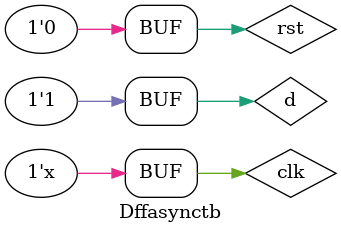
<source format=v>
`timescale 1ns / 1ps


module Dffasynctb;

	// Inputs
	reg clk;
	reg rst;
	reg d;

	// Outputs
	wire q;

	// Instantiate the Unit Under Test (UUT)
	Dffasync uut (
		.clk(clk), 
		.rst(rst), 
		.d(d), 
		.q(q)
	);

	initial begin
	$monitor("$time=%g,clk=%b,rst=%b,d=%b,q=%b",$time,clk,rst,d,q);
	end
	initial begin
		// Initialize Inputs
		clk = 0;
		rst = 1;

		// Wait 100 ns for global reset to finish
		#100;rst=0;d=0;
		#100;d=1;
		#100;rst=1;d=1;
		#100;rst=0;d=1;
		end
		always
		#50 clk=~clk;
      
endmodule


</source>
